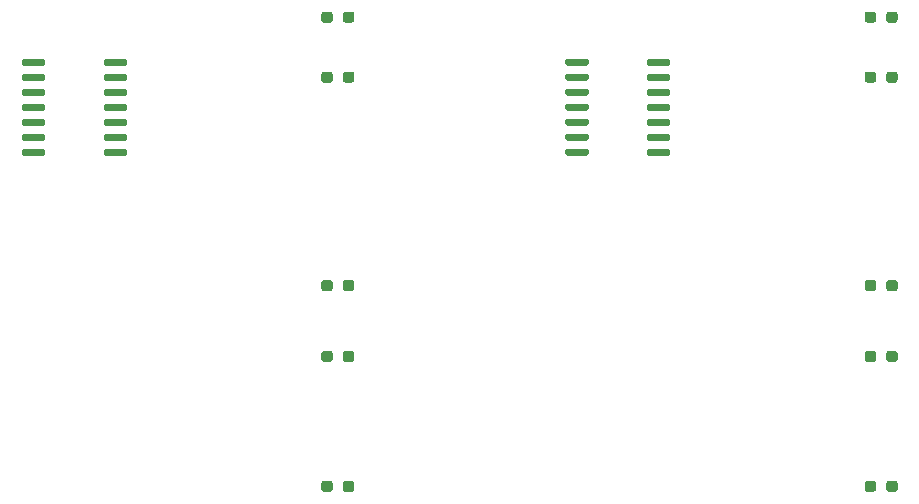
<source format=gbp>
G04 #@! TF.GenerationSoftware,KiCad,Pcbnew,(5.1.8)-1*
G04 #@! TF.CreationDate,2020-11-28T16:02:54+09:00*
G04 #@! TF.ProjectId,DigitalOutput4chS,44696769-7461-46c4-9f75-747075743463,2*
G04 #@! TF.SameCoordinates,Original*
G04 #@! TF.FileFunction,Paste,Bot*
G04 #@! TF.FilePolarity,Positive*
%FSLAX46Y46*%
G04 Gerber Fmt 4.6, Leading zero omitted, Abs format (unit mm)*
G04 Created by KiCad (PCBNEW (5.1.8)-1) date 2020-11-28 16:02:54*
%MOMM*%
%LPD*%
G01*
G04 APERTURE LIST*
G04 APERTURE END LIST*
G36*
G01*
X143425000Y-141237500D02*
X143425000Y-140762500D01*
G75*
G02*
X143662500Y-140525000I237500J0D01*
G01*
X144162500Y-140525000D01*
G75*
G02*
X144400000Y-140762500I0J-237500D01*
G01*
X144400000Y-141237500D01*
G75*
G02*
X144162500Y-141475000I-237500J0D01*
G01*
X143662500Y-141475000D01*
G75*
G02*
X143425000Y-141237500I0J237500D01*
G01*
G37*
G36*
G01*
X141600000Y-141237500D02*
X141600000Y-140762500D01*
G75*
G02*
X141837500Y-140525000I237500J0D01*
G01*
X142337500Y-140525000D01*
G75*
G02*
X142575000Y-140762500I0J-237500D01*
G01*
X142575000Y-141237500D01*
G75*
G02*
X142337500Y-141475000I-237500J0D01*
G01*
X141837500Y-141475000D01*
G75*
G02*
X141600000Y-141237500I0J237500D01*
G01*
G37*
G36*
G01*
X143425000Y-117597500D02*
X143425000Y-117122500D01*
G75*
G02*
X143662500Y-116885000I237500J0D01*
G01*
X144162500Y-116885000D01*
G75*
G02*
X144400000Y-117122500I0J-237500D01*
G01*
X144400000Y-117597500D01*
G75*
G02*
X144162500Y-117835000I-237500J0D01*
G01*
X143662500Y-117835000D01*
G75*
G02*
X143425000Y-117597500I0J237500D01*
G01*
G37*
G36*
G01*
X141600000Y-117597500D02*
X141600000Y-117122500D01*
G75*
G02*
X141837500Y-116885000I237500J0D01*
G01*
X142337500Y-116885000D01*
G75*
G02*
X142575000Y-117122500I0J-237500D01*
G01*
X142575000Y-117597500D01*
G75*
G02*
X142337500Y-117835000I-237500J0D01*
G01*
X141837500Y-117835000D01*
G75*
G02*
X141600000Y-117597500I0J237500D01*
G01*
G37*
G36*
G01*
X123175000Y-123860000D02*
X123175000Y-123560000D01*
G75*
G02*
X123325000Y-123410000I150000J0D01*
G01*
X125000000Y-123410000D01*
G75*
G02*
X125150000Y-123560000I0J-150000D01*
G01*
X125150000Y-123860000D01*
G75*
G02*
X125000000Y-124010000I-150000J0D01*
G01*
X123325000Y-124010000D01*
G75*
G02*
X123175000Y-123860000I0J150000D01*
G01*
G37*
G36*
G01*
X123175000Y-122590000D02*
X123175000Y-122290000D01*
G75*
G02*
X123325000Y-122140000I150000J0D01*
G01*
X125000000Y-122140000D01*
G75*
G02*
X125150000Y-122290000I0J-150000D01*
G01*
X125150000Y-122590000D01*
G75*
G02*
X125000000Y-122740000I-150000J0D01*
G01*
X123325000Y-122740000D01*
G75*
G02*
X123175000Y-122590000I0J150000D01*
G01*
G37*
G36*
G01*
X123175000Y-121320000D02*
X123175000Y-121020000D01*
G75*
G02*
X123325000Y-120870000I150000J0D01*
G01*
X125000000Y-120870000D01*
G75*
G02*
X125150000Y-121020000I0J-150000D01*
G01*
X125150000Y-121320000D01*
G75*
G02*
X125000000Y-121470000I-150000J0D01*
G01*
X123325000Y-121470000D01*
G75*
G02*
X123175000Y-121320000I0J150000D01*
G01*
G37*
G36*
G01*
X123175000Y-120050000D02*
X123175000Y-119750000D01*
G75*
G02*
X123325000Y-119600000I150000J0D01*
G01*
X125000000Y-119600000D01*
G75*
G02*
X125150000Y-119750000I0J-150000D01*
G01*
X125150000Y-120050000D01*
G75*
G02*
X125000000Y-120200000I-150000J0D01*
G01*
X123325000Y-120200000D01*
G75*
G02*
X123175000Y-120050000I0J150000D01*
G01*
G37*
G36*
G01*
X123175000Y-118780000D02*
X123175000Y-118480000D01*
G75*
G02*
X123325000Y-118330000I150000J0D01*
G01*
X125000000Y-118330000D01*
G75*
G02*
X125150000Y-118480000I0J-150000D01*
G01*
X125150000Y-118780000D01*
G75*
G02*
X125000000Y-118930000I-150000J0D01*
G01*
X123325000Y-118930000D01*
G75*
G02*
X123175000Y-118780000I0J150000D01*
G01*
G37*
G36*
G01*
X123175000Y-117510000D02*
X123175000Y-117210000D01*
G75*
G02*
X123325000Y-117060000I150000J0D01*
G01*
X125000000Y-117060000D01*
G75*
G02*
X125150000Y-117210000I0J-150000D01*
G01*
X125150000Y-117510000D01*
G75*
G02*
X125000000Y-117660000I-150000J0D01*
G01*
X123325000Y-117660000D01*
G75*
G02*
X123175000Y-117510000I0J150000D01*
G01*
G37*
G36*
G01*
X123175000Y-116240000D02*
X123175000Y-115940000D01*
G75*
G02*
X123325000Y-115790000I150000J0D01*
G01*
X125000000Y-115790000D01*
G75*
G02*
X125150000Y-115940000I0J-150000D01*
G01*
X125150000Y-116240000D01*
G75*
G02*
X125000000Y-116390000I-150000J0D01*
G01*
X123325000Y-116390000D01*
G75*
G02*
X123175000Y-116240000I0J150000D01*
G01*
G37*
G36*
G01*
X116250000Y-116240000D02*
X116250000Y-115940000D01*
G75*
G02*
X116400000Y-115790000I150000J0D01*
G01*
X118075000Y-115790000D01*
G75*
G02*
X118225000Y-115940000I0J-150000D01*
G01*
X118225000Y-116240000D01*
G75*
G02*
X118075000Y-116390000I-150000J0D01*
G01*
X116400000Y-116390000D01*
G75*
G02*
X116250000Y-116240000I0J150000D01*
G01*
G37*
G36*
G01*
X116250000Y-117510000D02*
X116250000Y-117210000D01*
G75*
G02*
X116400000Y-117060000I150000J0D01*
G01*
X118075000Y-117060000D01*
G75*
G02*
X118225000Y-117210000I0J-150000D01*
G01*
X118225000Y-117510000D01*
G75*
G02*
X118075000Y-117660000I-150000J0D01*
G01*
X116400000Y-117660000D01*
G75*
G02*
X116250000Y-117510000I0J150000D01*
G01*
G37*
G36*
G01*
X116250000Y-118780000D02*
X116250000Y-118480000D01*
G75*
G02*
X116400000Y-118330000I150000J0D01*
G01*
X118075000Y-118330000D01*
G75*
G02*
X118225000Y-118480000I0J-150000D01*
G01*
X118225000Y-118780000D01*
G75*
G02*
X118075000Y-118930000I-150000J0D01*
G01*
X116400000Y-118930000D01*
G75*
G02*
X116250000Y-118780000I0J150000D01*
G01*
G37*
G36*
G01*
X116250000Y-120050000D02*
X116250000Y-119750000D01*
G75*
G02*
X116400000Y-119600000I150000J0D01*
G01*
X118075000Y-119600000D01*
G75*
G02*
X118225000Y-119750000I0J-150000D01*
G01*
X118225000Y-120050000D01*
G75*
G02*
X118075000Y-120200000I-150000J0D01*
G01*
X116400000Y-120200000D01*
G75*
G02*
X116250000Y-120050000I0J150000D01*
G01*
G37*
G36*
G01*
X116250000Y-121320000D02*
X116250000Y-121020000D01*
G75*
G02*
X116400000Y-120870000I150000J0D01*
G01*
X118075000Y-120870000D01*
G75*
G02*
X118225000Y-121020000I0J-150000D01*
G01*
X118225000Y-121320000D01*
G75*
G02*
X118075000Y-121470000I-150000J0D01*
G01*
X116400000Y-121470000D01*
G75*
G02*
X116250000Y-121320000I0J150000D01*
G01*
G37*
G36*
G01*
X116250000Y-122590000D02*
X116250000Y-122290000D01*
G75*
G02*
X116400000Y-122140000I150000J0D01*
G01*
X118075000Y-122140000D01*
G75*
G02*
X118225000Y-122290000I0J-150000D01*
G01*
X118225000Y-122590000D01*
G75*
G02*
X118075000Y-122740000I-150000J0D01*
G01*
X116400000Y-122740000D01*
G75*
G02*
X116250000Y-122590000I0J150000D01*
G01*
G37*
G36*
G01*
X116250000Y-123860000D02*
X116250000Y-123560000D01*
G75*
G02*
X116400000Y-123410000I150000J0D01*
G01*
X118075000Y-123410000D01*
G75*
G02*
X118225000Y-123560000I0J-150000D01*
G01*
X118225000Y-123860000D01*
G75*
G02*
X118075000Y-124010000I-150000J0D01*
G01*
X116400000Y-124010000D01*
G75*
G02*
X116250000Y-123860000I0J150000D01*
G01*
G37*
G36*
G01*
X143425000Y-152237500D02*
X143425000Y-151762500D01*
G75*
G02*
X143662500Y-151525000I237500J0D01*
G01*
X144162500Y-151525000D01*
G75*
G02*
X144400000Y-151762500I0J-237500D01*
G01*
X144400000Y-152237500D01*
G75*
G02*
X144162500Y-152475000I-237500J0D01*
G01*
X143662500Y-152475000D01*
G75*
G02*
X143425000Y-152237500I0J237500D01*
G01*
G37*
G36*
G01*
X141600000Y-152237500D02*
X141600000Y-151762500D01*
G75*
G02*
X141837500Y-151525000I237500J0D01*
G01*
X142337500Y-151525000D01*
G75*
G02*
X142575000Y-151762500I0J-237500D01*
G01*
X142575000Y-152237500D01*
G75*
G02*
X142337500Y-152475000I-237500J0D01*
G01*
X141837500Y-152475000D01*
G75*
G02*
X141600000Y-152237500I0J237500D01*
G01*
G37*
G36*
G01*
X143425000Y-135237500D02*
X143425000Y-134762500D01*
G75*
G02*
X143662500Y-134525000I237500J0D01*
G01*
X144162500Y-134525000D01*
G75*
G02*
X144400000Y-134762500I0J-237500D01*
G01*
X144400000Y-135237500D01*
G75*
G02*
X144162500Y-135475000I-237500J0D01*
G01*
X143662500Y-135475000D01*
G75*
G02*
X143425000Y-135237500I0J237500D01*
G01*
G37*
G36*
G01*
X141600000Y-135237500D02*
X141600000Y-134762500D01*
G75*
G02*
X141837500Y-134525000I237500J0D01*
G01*
X142337500Y-134525000D01*
G75*
G02*
X142575000Y-134762500I0J-237500D01*
G01*
X142575000Y-135237500D01*
G75*
G02*
X142337500Y-135475000I-237500J0D01*
G01*
X141837500Y-135475000D01*
G75*
G02*
X141600000Y-135237500I0J237500D01*
G01*
G37*
G36*
G01*
X143425000Y-112517500D02*
X143425000Y-112042500D01*
G75*
G02*
X143662500Y-111805000I237500J0D01*
G01*
X144162500Y-111805000D01*
G75*
G02*
X144400000Y-112042500I0J-237500D01*
G01*
X144400000Y-112517500D01*
G75*
G02*
X144162500Y-112755000I-237500J0D01*
G01*
X143662500Y-112755000D01*
G75*
G02*
X143425000Y-112517500I0J237500D01*
G01*
G37*
G36*
G01*
X141600000Y-112517500D02*
X141600000Y-112042500D01*
G75*
G02*
X141837500Y-111805000I237500J0D01*
G01*
X142337500Y-111805000D01*
G75*
G02*
X142575000Y-112042500I0J-237500D01*
G01*
X142575000Y-112517500D01*
G75*
G02*
X142337500Y-112755000I-237500J0D01*
G01*
X141837500Y-112755000D01*
G75*
G02*
X141600000Y-112517500I0J237500D01*
G01*
G37*
G36*
G01*
X95600000Y-117597500D02*
X95600000Y-117122500D01*
G75*
G02*
X95837500Y-116885000I237500J0D01*
G01*
X96337500Y-116885000D01*
G75*
G02*
X96575000Y-117122500I0J-237500D01*
G01*
X96575000Y-117597500D01*
G75*
G02*
X96337500Y-117835000I-237500J0D01*
G01*
X95837500Y-117835000D01*
G75*
G02*
X95600000Y-117597500I0J237500D01*
G01*
G37*
G36*
G01*
X97425000Y-117597500D02*
X97425000Y-117122500D01*
G75*
G02*
X97662500Y-116885000I237500J0D01*
G01*
X98162500Y-116885000D01*
G75*
G02*
X98400000Y-117122500I0J-237500D01*
G01*
X98400000Y-117597500D01*
G75*
G02*
X98162500Y-117835000I-237500J0D01*
G01*
X97662500Y-117835000D01*
G75*
G02*
X97425000Y-117597500I0J237500D01*
G01*
G37*
G36*
G01*
X70250000Y-123860000D02*
X70250000Y-123560000D01*
G75*
G02*
X70400000Y-123410000I150000J0D01*
G01*
X72075000Y-123410000D01*
G75*
G02*
X72225000Y-123560000I0J-150000D01*
G01*
X72225000Y-123860000D01*
G75*
G02*
X72075000Y-124010000I-150000J0D01*
G01*
X70400000Y-124010000D01*
G75*
G02*
X70250000Y-123860000I0J150000D01*
G01*
G37*
G36*
G01*
X70250000Y-122590000D02*
X70250000Y-122290000D01*
G75*
G02*
X70400000Y-122140000I150000J0D01*
G01*
X72075000Y-122140000D01*
G75*
G02*
X72225000Y-122290000I0J-150000D01*
G01*
X72225000Y-122590000D01*
G75*
G02*
X72075000Y-122740000I-150000J0D01*
G01*
X70400000Y-122740000D01*
G75*
G02*
X70250000Y-122590000I0J150000D01*
G01*
G37*
G36*
G01*
X70250000Y-121320000D02*
X70250000Y-121020000D01*
G75*
G02*
X70400000Y-120870000I150000J0D01*
G01*
X72075000Y-120870000D01*
G75*
G02*
X72225000Y-121020000I0J-150000D01*
G01*
X72225000Y-121320000D01*
G75*
G02*
X72075000Y-121470000I-150000J0D01*
G01*
X70400000Y-121470000D01*
G75*
G02*
X70250000Y-121320000I0J150000D01*
G01*
G37*
G36*
G01*
X70250000Y-120050000D02*
X70250000Y-119750000D01*
G75*
G02*
X70400000Y-119600000I150000J0D01*
G01*
X72075000Y-119600000D01*
G75*
G02*
X72225000Y-119750000I0J-150000D01*
G01*
X72225000Y-120050000D01*
G75*
G02*
X72075000Y-120200000I-150000J0D01*
G01*
X70400000Y-120200000D01*
G75*
G02*
X70250000Y-120050000I0J150000D01*
G01*
G37*
G36*
G01*
X70250000Y-118780000D02*
X70250000Y-118480000D01*
G75*
G02*
X70400000Y-118330000I150000J0D01*
G01*
X72075000Y-118330000D01*
G75*
G02*
X72225000Y-118480000I0J-150000D01*
G01*
X72225000Y-118780000D01*
G75*
G02*
X72075000Y-118930000I-150000J0D01*
G01*
X70400000Y-118930000D01*
G75*
G02*
X70250000Y-118780000I0J150000D01*
G01*
G37*
G36*
G01*
X70250000Y-117510000D02*
X70250000Y-117210000D01*
G75*
G02*
X70400000Y-117060000I150000J0D01*
G01*
X72075000Y-117060000D01*
G75*
G02*
X72225000Y-117210000I0J-150000D01*
G01*
X72225000Y-117510000D01*
G75*
G02*
X72075000Y-117660000I-150000J0D01*
G01*
X70400000Y-117660000D01*
G75*
G02*
X70250000Y-117510000I0J150000D01*
G01*
G37*
G36*
G01*
X70250000Y-116240000D02*
X70250000Y-115940000D01*
G75*
G02*
X70400000Y-115790000I150000J0D01*
G01*
X72075000Y-115790000D01*
G75*
G02*
X72225000Y-115940000I0J-150000D01*
G01*
X72225000Y-116240000D01*
G75*
G02*
X72075000Y-116390000I-150000J0D01*
G01*
X70400000Y-116390000D01*
G75*
G02*
X70250000Y-116240000I0J150000D01*
G01*
G37*
G36*
G01*
X77175000Y-116240000D02*
X77175000Y-115940000D01*
G75*
G02*
X77325000Y-115790000I150000J0D01*
G01*
X79000000Y-115790000D01*
G75*
G02*
X79150000Y-115940000I0J-150000D01*
G01*
X79150000Y-116240000D01*
G75*
G02*
X79000000Y-116390000I-150000J0D01*
G01*
X77325000Y-116390000D01*
G75*
G02*
X77175000Y-116240000I0J150000D01*
G01*
G37*
G36*
G01*
X77175000Y-117510000D02*
X77175000Y-117210000D01*
G75*
G02*
X77325000Y-117060000I150000J0D01*
G01*
X79000000Y-117060000D01*
G75*
G02*
X79150000Y-117210000I0J-150000D01*
G01*
X79150000Y-117510000D01*
G75*
G02*
X79000000Y-117660000I-150000J0D01*
G01*
X77325000Y-117660000D01*
G75*
G02*
X77175000Y-117510000I0J150000D01*
G01*
G37*
G36*
G01*
X77175000Y-118780000D02*
X77175000Y-118480000D01*
G75*
G02*
X77325000Y-118330000I150000J0D01*
G01*
X79000000Y-118330000D01*
G75*
G02*
X79150000Y-118480000I0J-150000D01*
G01*
X79150000Y-118780000D01*
G75*
G02*
X79000000Y-118930000I-150000J0D01*
G01*
X77325000Y-118930000D01*
G75*
G02*
X77175000Y-118780000I0J150000D01*
G01*
G37*
G36*
G01*
X77175000Y-120050000D02*
X77175000Y-119750000D01*
G75*
G02*
X77325000Y-119600000I150000J0D01*
G01*
X79000000Y-119600000D01*
G75*
G02*
X79150000Y-119750000I0J-150000D01*
G01*
X79150000Y-120050000D01*
G75*
G02*
X79000000Y-120200000I-150000J0D01*
G01*
X77325000Y-120200000D01*
G75*
G02*
X77175000Y-120050000I0J150000D01*
G01*
G37*
G36*
G01*
X77175000Y-121320000D02*
X77175000Y-121020000D01*
G75*
G02*
X77325000Y-120870000I150000J0D01*
G01*
X79000000Y-120870000D01*
G75*
G02*
X79150000Y-121020000I0J-150000D01*
G01*
X79150000Y-121320000D01*
G75*
G02*
X79000000Y-121470000I-150000J0D01*
G01*
X77325000Y-121470000D01*
G75*
G02*
X77175000Y-121320000I0J150000D01*
G01*
G37*
G36*
G01*
X77175000Y-122590000D02*
X77175000Y-122290000D01*
G75*
G02*
X77325000Y-122140000I150000J0D01*
G01*
X79000000Y-122140000D01*
G75*
G02*
X79150000Y-122290000I0J-150000D01*
G01*
X79150000Y-122590000D01*
G75*
G02*
X79000000Y-122740000I-150000J0D01*
G01*
X77325000Y-122740000D01*
G75*
G02*
X77175000Y-122590000I0J150000D01*
G01*
G37*
G36*
G01*
X77175000Y-123860000D02*
X77175000Y-123560000D01*
G75*
G02*
X77325000Y-123410000I150000J0D01*
G01*
X79000000Y-123410000D01*
G75*
G02*
X79150000Y-123560000I0J-150000D01*
G01*
X79150000Y-123860000D01*
G75*
G02*
X79000000Y-124010000I-150000J0D01*
G01*
X77325000Y-124010000D01*
G75*
G02*
X77175000Y-123860000I0J150000D01*
G01*
G37*
G36*
G01*
X95600000Y-141237500D02*
X95600000Y-140762500D01*
G75*
G02*
X95837500Y-140525000I237500J0D01*
G01*
X96337500Y-140525000D01*
G75*
G02*
X96575000Y-140762500I0J-237500D01*
G01*
X96575000Y-141237500D01*
G75*
G02*
X96337500Y-141475000I-237500J0D01*
G01*
X95837500Y-141475000D01*
G75*
G02*
X95600000Y-141237500I0J237500D01*
G01*
G37*
G36*
G01*
X97425000Y-141237500D02*
X97425000Y-140762500D01*
G75*
G02*
X97662500Y-140525000I237500J0D01*
G01*
X98162500Y-140525000D01*
G75*
G02*
X98400000Y-140762500I0J-237500D01*
G01*
X98400000Y-141237500D01*
G75*
G02*
X98162500Y-141475000I-237500J0D01*
G01*
X97662500Y-141475000D01*
G75*
G02*
X97425000Y-141237500I0J237500D01*
G01*
G37*
G36*
G01*
X95600000Y-152237500D02*
X95600000Y-151762500D01*
G75*
G02*
X95837500Y-151525000I237500J0D01*
G01*
X96337500Y-151525000D01*
G75*
G02*
X96575000Y-151762500I0J-237500D01*
G01*
X96575000Y-152237500D01*
G75*
G02*
X96337500Y-152475000I-237500J0D01*
G01*
X95837500Y-152475000D01*
G75*
G02*
X95600000Y-152237500I0J237500D01*
G01*
G37*
G36*
G01*
X97425000Y-152237500D02*
X97425000Y-151762500D01*
G75*
G02*
X97662500Y-151525000I237500J0D01*
G01*
X98162500Y-151525000D01*
G75*
G02*
X98400000Y-151762500I0J-237500D01*
G01*
X98400000Y-152237500D01*
G75*
G02*
X98162500Y-152475000I-237500J0D01*
G01*
X97662500Y-152475000D01*
G75*
G02*
X97425000Y-152237500I0J237500D01*
G01*
G37*
G36*
G01*
X95600000Y-135237500D02*
X95600000Y-134762500D01*
G75*
G02*
X95837500Y-134525000I237500J0D01*
G01*
X96337500Y-134525000D01*
G75*
G02*
X96575000Y-134762500I0J-237500D01*
G01*
X96575000Y-135237500D01*
G75*
G02*
X96337500Y-135475000I-237500J0D01*
G01*
X95837500Y-135475000D01*
G75*
G02*
X95600000Y-135237500I0J237500D01*
G01*
G37*
G36*
G01*
X97425000Y-135237500D02*
X97425000Y-134762500D01*
G75*
G02*
X97662500Y-134525000I237500J0D01*
G01*
X98162500Y-134525000D01*
G75*
G02*
X98400000Y-134762500I0J-237500D01*
G01*
X98400000Y-135237500D01*
G75*
G02*
X98162500Y-135475000I-237500J0D01*
G01*
X97662500Y-135475000D01*
G75*
G02*
X97425000Y-135237500I0J237500D01*
G01*
G37*
G36*
G01*
X95600000Y-112517500D02*
X95600000Y-112042500D01*
G75*
G02*
X95837500Y-111805000I237500J0D01*
G01*
X96337500Y-111805000D01*
G75*
G02*
X96575000Y-112042500I0J-237500D01*
G01*
X96575000Y-112517500D01*
G75*
G02*
X96337500Y-112755000I-237500J0D01*
G01*
X95837500Y-112755000D01*
G75*
G02*
X95600000Y-112517500I0J237500D01*
G01*
G37*
G36*
G01*
X97425000Y-112517500D02*
X97425000Y-112042500D01*
G75*
G02*
X97662500Y-111805000I237500J0D01*
G01*
X98162500Y-111805000D01*
G75*
G02*
X98400000Y-112042500I0J-237500D01*
G01*
X98400000Y-112517500D01*
G75*
G02*
X98162500Y-112755000I-237500J0D01*
G01*
X97662500Y-112755000D01*
G75*
G02*
X97425000Y-112517500I0J237500D01*
G01*
G37*
M02*

</source>
